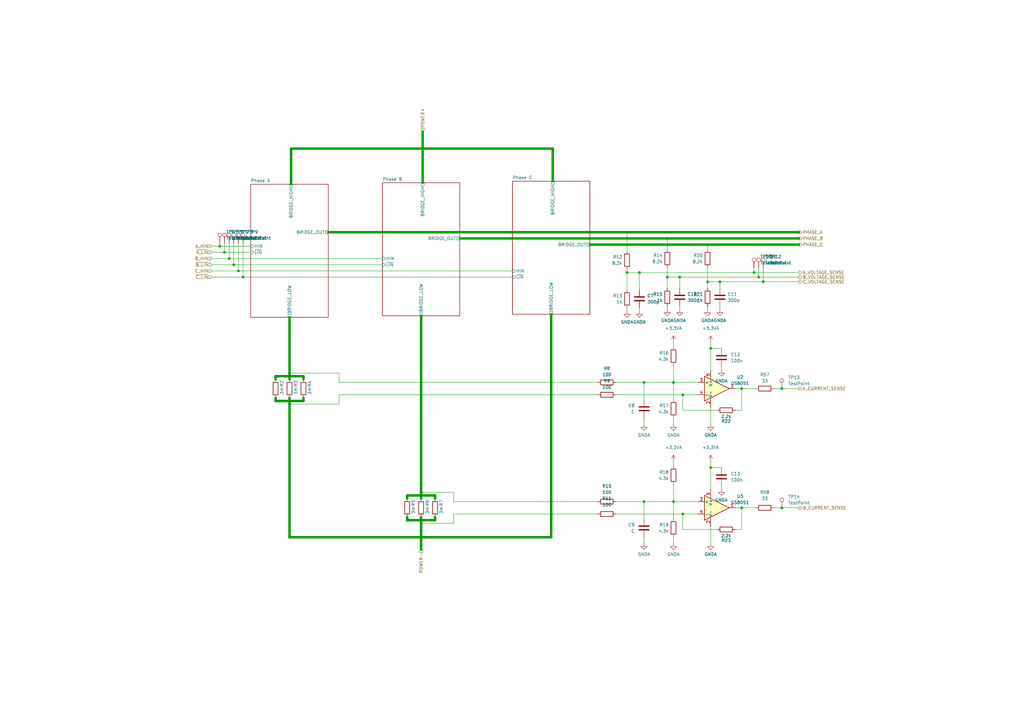
<source format=kicad_sch>
(kicad_sch (version 20211123) (generator eeschema)
  (paper "A3")
  (lib_symbols
    (symbol "Amplifier_Operational:AD8603" (pin_names (offset 0.127))
      (property "Reference" "U" (at 0 5.08 0))
      (property "Value" "AD8603" (at 0 -5.08 0))
      (symbol "AD8603_0_1"
        (polyline (pts (xy -5.08 5.08) (xy 5.08 0) (xy -5.08 -5.08) (xy -5.08 5.08)) (stroke (width 0.254)) (fill (type background)))
        (pin power_in line (at -2.54 -7.62 90) (length 3.81) (name "V-") (number "2"))
        (pin power_in line (at -2.54 7.62 270) (length 3.81) (name "V+") (number "5"))
      )
      (symbol "AD8603_1_1"
        (pin output line (at 7.62 0 180) (length 2.54) (name "~") (number "1"))
        (pin input line (at -7.62 2.54 0) (length 2.54) (name "+") (number "3"))
        (pin input line (at -7.62 -2.54 0) (length 2.54) (name "-") (number "4"))
      )
    )
    (symbol "Connector:TestPoint" (pin_numbers hide) (pin_names (offset 0.762) hide)
      (property "Reference" "TP" (at 0 6.858 0))
      (property "Value" "TestPoint" (at 0 5.08 0))
      (symbol "TestPoint_0_1"
        (circle (center 0 3.302) (radius 0.762))
      )
      (symbol "TestPoint_1_1"
        (pin passive line (at 0 0 90) (length 2.54) (name "1") (number "1"))
      )
    )
    (symbol "Device:C" (pin_numbers hide) (pin_names (offset 0.254))
      (property "Reference" "C" (at 0.635 2.54 0))
      (property "Value" "C" (at 0.635 -2.54 0))
      (symbol "C_0_1"
        (polyline (pts (xy -2.032 -0.762) (xy 2.032 -0.762)) (stroke (width 0.508)))
        (polyline (pts (xy -2.032 0.762) (xy 2.032 0.762)) (stroke (width 0.508)))
      )
      (symbol "C_1_1"
        (pin passive line (at 0 3.81 270) (length 2.794) (name "~") (number "1"))
        (pin passive line (at 0 -3.81 90) (length 2.794) (name "~") (number "2"))
      )
    )
    (symbol "Device:R" (pin_numbers hide) (pin_names (offset 0))
      (property "Reference" "R" (at 2.032 0 90))
      (property "Value" "R" (at 0 0 90))
      (symbol "R_0_1"
        (rectangle (start -1.016 -2.54) (end 1.016 2.54) (stroke (width 0.254)))
      )
      (symbol "R_1_1"
        (pin passive line (at 0 3.81 270) (length 1.27) (name "~") (number "1"))
        (pin passive line (at 0 -3.81 90) (length 1.27) (name "~") (number "2"))
      )
    )
    (symbol "power:+3.3VA" (power) (pin_names (offset 0))
      (property "Value" "+3.3VA" (at 0 3.556 0))
      (symbol "+3.3VA_0_1"
        (polyline (pts (xy -0.762 1.27) (xy 0 2.54)))
        (polyline (pts (xy 0 0) (xy 0 2.54)))
        (polyline (pts (xy 0 2.54) (xy 0.762 1.27)))
      )
      (symbol "+3.3VA_1_1"
        (pin power_in line (at 0 0 90) (length 0) hide (name "+3.3VA") (number "1"))
      )
    )
    (symbol "power:GNDA" (power) (pin_names (offset 0))
      (property "Value" "GNDA" (at 0 -3.81 0))
      (symbol "GNDA_0_1"
        (polyline (pts (xy 0 0) (xy 0 -1.27) (xy 1.27 -1.27) (xy 0 -2.54) (xy -1.27 -1.27) (xy 0 -1.27)))
      )
      (symbol "GNDA_1_1"
        (pin power_in line (at 0 0 270) (length 0) hide (name "GNDA") (number "1"))
      )
    )
  )
  (junction (at 90.17 100.965))
  (junction (at 264.16 205.74))
  (junction (at 278.765 113.665))
  (junction (at 92.075 103.505))
  (junction (at 309.245 111.76))
  (junction (at 295.275 115.57))
  (junction (at 276.225 156.845))
  (junction (at 280.035 210.82))
  (junction (at 99.695 113.665))
  (junction (at 118.745 154.305))
  (junction (at 311.15 113.665))
  (junction (at 118.745 153.035))
  (junction (at 264.16 156.845))
  (junction (at 291.465 191.77))
  (junction (at 304.165 208.28))
  (junction (at 257.175 111.76))
  (junction (at 95.885 108.585))
  (junction (at 118.745 165.735))
  (junction (at 304.165 159.385))
  (junction (at 173.355 60.96))
  (junction (at 172.72 203.2) (diameter 1))
  (junction (at 290.195 115.57))
  (junction (at 273.685 97.79))
  (junction (at 290.195 100.33))
  (junction (at 97.79 111.125))
  (junction (at 276.225 205.74))
  (junction (at 172.72 213.36))
  (junction (at 172.72 201.93))
  (junction (at 320.675 159.385))
  (junction (at 262.255 111.76))
  (junction (at 93.98 106.045))
  (junction (at 291.465 142.875))
  (junction (at 172.72 214.63))
  (junction (at 118.745 164.465))
  (junction (at 320.675 208.28))
  (junction (at 172.72 220.345))
  (junction (at 280.035 161.925))
  (junction (at 273.685 113.665))
  (junction (at 313.055 115.57))
  (junction (at 257.175 95.25))
  (wire (pts (xy 313.055 109.855) (xy 313.055 115.57)))
  (wire (pts (xy 118.745 154.305) (xy 118.745 155.575)) (stroke (width 1)))
  (wire (pts (xy 304.165 159.385) (xy 301.625 159.385)))
  (wire (pts (xy 124.46 163.195) (xy 124.46 164.465)) (stroke (width 1)))
  (wire (pts (xy 295.91 150.495) (xy 295.91 151.765)))
  (wire (pts (xy 118.745 154.305) (xy 124.46 154.305)) (stroke (width 1)))
  (wire (pts (xy 273.685 113.665) (xy 273.685 118.11)))
  (wire (pts (xy 252.73 205.74) (xy 264.16 205.74)))
  (wire (pts (xy 276.225 220.345) (xy 276.225 222.885)))
  (wire (pts (xy 291.465 189.23) (xy 291.465 191.77)))
  (wire (pts (xy 276.225 189.23) (xy 276.225 191.135)))
  (wire (pts (xy 276.225 205.74) (xy 276.225 212.725)))
  (wire (pts (xy 320.675 208.28) (xy 327.66 208.28)))
  (wire (pts (xy 264.16 156.845) (xy 276.225 156.845)))
  (wire (pts (xy 291.465 167.005) (xy 291.465 173.99)))
  (wire (pts (xy 118.745 153.035) (xy 118.745 154.305)) (stroke (width 1)))
  (wire (pts (xy 278.765 113.665) (xy 278.765 118.11)))
  (wire (pts (xy 86.995 108.585) (xy 95.885 108.585)))
  (wire (pts (xy 95.885 99.695) (xy 95.885 108.585)))
  (wire (pts (xy 186.055 214.63) (xy 186.055 210.82)))
  (wire (pts (xy 280.035 210.82) (xy 286.385 210.82)))
  (wire (pts (xy 172.72 214.63) (xy 172.72 220.345)) (stroke (width 1)))
  (wire (pts (xy 290.195 100.33) (xy 290.195 102.235)))
  (wire (pts (xy 92.075 99.695) (xy 92.075 103.505)))
  (wire (pts (xy 276.225 171.45) (xy 276.225 173.99)))
  (wire (pts (xy 291.465 215.9) (xy 291.465 222.885)))
  (wire (pts (xy 172.72 201.93) (xy 186.055 201.93)))
  (wire (pts (xy 295.91 142.875) (xy 291.465 142.875)))
  (wire (pts (xy 172.72 129.54) (xy 172.72 201.93)) (stroke (width 1)))
  (wire (pts (xy 311.15 109.855) (xy 311.15 113.665)))
  (wire (pts (xy 172.72 213.36) (xy 172.72 212.09)) (stroke (width 1)))
  (wire (pts (xy 304.165 159.385) (xy 309.88 159.385)))
  (wire (pts (xy 167.005 204.47) (xy 167.005 203.2)) (stroke (width 1)))
  (wire (pts (xy 118.745 130.175) (xy 118.745 153.035)) (stroke (width 1)))
  (wire (pts (xy 118.745 164.465) (xy 118.745 163.195)) (stroke (width 1)))
  (wire (pts (xy 92.075 103.505) (xy 102.87 103.505)))
  (wire (pts (xy 118.745 220.345) (xy 172.72 220.345)) (stroke (width 1)))
  (wire (pts (xy 172.72 213.36) (xy 172.72 214.63)) (stroke (width 1)))
  (wire (pts (xy 241.935 100.33) (xy 290.195 100.33)) (stroke (width 1)))
  (wire (pts (xy 186.055 210.82) (xy 245.11 210.82)))
  (wire (pts (xy 295.275 115.57) (xy 295.275 118.11)))
  (wire (pts (xy 276.225 156.845) (xy 276.225 163.83)))
  (wire (pts (xy 226.06 128.905) (xy 226.06 220.345)) (stroke (width 1)))
  (wire (pts (xy 124.46 164.465) (xy 118.745 164.465)) (stroke (width 1)))
  (wire (pts (xy 172.72 201.93) (xy 172.72 203.2)) (stroke (width 1)))
  (wire (pts (xy 301.625 217.17) (xy 304.165 217.17)))
  (wire (pts (xy 252.73 210.82) (xy 280.035 210.82)))
  (wire (pts (xy 317.5 159.385) (xy 320.675 159.385)))
  (wire (pts (xy 309.245 109.855) (xy 309.245 111.76)))
  (wire (pts (xy 172.72 203.2) (xy 178.435 203.2)) (stroke (width 1)))
  (wire (pts (xy 245.11 156.845) (xy 139.065 156.845)))
  (wire (pts (xy 178.435 204.47) (xy 178.435 203.2)) (stroke (width 1)))
  (wire (pts (xy 167.005 203.2) (xy 172.72 203.2)) (stroke (width 1)))
  (wire (pts (xy 304.165 208.28) (xy 309.88 208.28)))
  (wire (pts (xy 86.995 106.045) (xy 93.98 106.045)))
  (wire (pts (xy 139.065 161.925) (xy 245.11 161.925)))
  (wire (pts (xy 178.435 213.36) (xy 172.72 213.36)) (stroke (width 1)))
  (wire (pts (xy 257.175 126.365) (xy 257.175 127.635)))
  (wire (pts (xy 113.03 164.465) (xy 118.745 164.465)) (stroke (width 1)))
  (wire (pts (xy 295.275 115.57) (xy 313.055 115.57)))
  (wire (pts (xy 252.73 161.925) (xy 280.035 161.925)))
  (wire (pts (xy 264.16 156.845) (xy 264.16 163.83)))
  (wire (pts (xy 262.255 111.76) (xy 262.255 118.745)))
  (wire (pts (xy 291.465 140.335) (xy 291.465 142.875)))
  (wire (pts (xy 86.995 111.125) (xy 97.79 111.125)))
  (wire (pts (xy 276.225 205.74) (xy 286.385 205.74)))
  (wire (pts (xy 290.195 115.57) (xy 295.275 115.57)))
  (wire (pts (xy 118.745 164.465) (xy 118.745 165.735)) (stroke (width 1)))
  (wire (pts (xy 172.72 214.63) (xy 186.055 214.63)))
  (wire (pts (xy 173.355 53.975) (xy 173.355 60.96)) (stroke (width 1)))
  (wire (pts (xy 276.225 156.845) (xy 286.385 156.845)))
  (wire (pts (xy 276.225 149.86) (xy 276.225 156.845)))
  (wire (pts (xy 264.16 205.74) (xy 276.225 205.74)))
  (wire (pts (xy 226.695 60.96) (xy 226.695 74.295)) (stroke (width 1)))
  (wire (pts (xy 93.98 99.695) (xy 93.98 106.045)))
  (wire (pts (xy 99.695 99.695) (xy 99.695 113.665)))
  (wire (pts (xy 86.995 100.965) (xy 90.17 100.965)))
  (wire (pts (xy 273.685 113.665) (xy 278.765 113.665)))
  (wire (pts (xy 262.255 111.76) (xy 309.245 111.76)))
  (wire (pts (xy 252.73 156.845) (xy 264.16 156.845)))
  (wire (pts (xy 294.005 217.17) (xy 280.035 217.17)))
  (wire (pts (xy 257.175 95.25) (xy 257.175 102.87)))
  (wire (pts (xy 257.175 111.76) (xy 262.255 111.76)))
  (wire (pts (xy 95.885 108.585) (xy 156.845 108.585)))
  (wire (pts (xy 257.175 95.25) (xy 327.66 95.25)) (stroke (width 1)))
  (wire (pts (xy 280.035 168.275) (xy 280.035 161.925)))
  (wire (pts (xy 295.275 125.73) (xy 295.275 127)))
  (wire (pts (xy 290.195 100.33) (xy 327.66 100.33)) (stroke (width 1)))
  (wire (pts (xy 291.465 142.875) (xy 291.465 151.765)))
  (wire (pts (xy 172.72 203.2) (xy 172.72 204.47)) (stroke (width 1)))
  (wire (pts (xy 172.72 220.345) (xy 172.72 225.425)) (stroke (width 1)))
  (wire (pts (xy 295.91 191.77) (xy 291.465 191.77)))
  (wire (pts (xy 264.16 220.345) (xy 264.16 222.885)))
  (wire (pts (xy 304.165 168.275) (xy 304.165 159.385)))
  (wire (pts (xy 113.03 155.575) (xy 113.03 154.305)) (stroke (width 1)))
  (wire (pts (xy 86.995 103.505) (xy 92.075 103.505)))
  (wire (pts (xy 118.745 165.735) (xy 118.745 220.345)) (stroke (width 1)))
  (wire (pts (xy 188.595 97.79) (xy 273.685 97.79)) (stroke (width 1)))
  (wire (pts (xy 257.175 110.49) (xy 257.175 111.76)))
  (wire (pts (xy 90.17 99.695) (xy 90.17 100.965)))
  (wire (pts (xy 309.245 111.76) (xy 327.66 111.76)))
  (wire (pts (xy 97.79 99.695) (xy 97.79 111.125)))
  (wire (pts (xy 173.355 60.96) (xy 173.355 74.93)) (stroke (width 1)))
  (wire (pts (xy 186.055 201.93) (xy 186.055 205.74)))
  (wire (pts (xy 167.005 212.09) (xy 167.005 213.36)) (stroke (width 1)))
  (wire (pts (xy 257.175 111.76) (xy 257.175 118.745)))
  (wire (pts (xy 93.98 106.045) (xy 156.845 106.045)))
  (wire (pts (xy 278.765 125.73) (xy 278.765 127)))
  (wire (pts (xy 245.11 205.74) (xy 186.055 205.74)))
  (wire (pts (xy 90.17 100.965) (xy 102.87 100.965)))
  (wire (pts (xy 262.255 126.365) (xy 262.255 127.635)))
  (wire (pts (xy 173.355 60.96) (xy 226.695 60.96)) (stroke (width 1)))
  (wire (pts (xy 119.38 60.96) (xy 173.355 60.96)) (stroke (width 1)))
  (wire (pts (xy 97.79 111.125) (xy 210.185 111.125)))
  (wire (pts (xy 278.765 113.665) (xy 311.15 113.665)))
  (wire (pts (xy 304.165 217.17) (xy 304.165 208.28)))
  (wire (pts (xy 86.995 113.665) (xy 99.695 113.665)))
  (wire (pts (xy 119.38 60.96) (xy 119.38 75.565)) (stroke (width 1)))
  (wire (pts (xy 311.15 113.665) (xy 327.66 113.665)))
  (wire (pts (xy 139.065 165.735) (xy 139.065 161.925)))
  (wire (pts (xy 273.685 97.79) (xy 327.66 97.79)) (stroke (width 1)))
  (wire (pts (xy 290.195 115.57) (xy 290.195 118.11)))
  (wire (pts (xy 313.055 115.57) (xy 327.66 115.57)))
  (wire (pts (xy 139.065 156.845) (xy 139.065 153.035)))
  (wire (pts (xy 118.745 165.735) (xy 139.065 165.735)))
  (wire (pts (xy 294.005 168.275) (xy 280.035 168.275)))
  (wire (pts (xy 273.685 109.855) (xy 273.685 113.665)))
  (wire (pts (xy 172.72 220.345) (xy 226.06 220.345)) (stroke (width 1)))
  (wire (pts (xy 276.225 140.335) (xy 276.225 142.24)))
  (wire (pts (xy 291.465 191.77) (xy 291.465 200.66)))
  (wire (pts (xy 280.035 161.925) (xy 286.385 161.925)))
  (wire (pts (xy 167.005 213.36) (xy 172.72 213.36)) (stroke (width 1)))
  (wire (pts (xy 124.46 155.575) (xy 124.46 154.305)) (stroke (width 1)))
  (wire (pts (xy 290.195 125.73) (xy 290.195 127)))
  (wire (pts (xy 134.62 95.25) (xy 257.175 95.25)) (stroke (width 1)))
  (wire (pts (xy 317.5 208.28) (xy 320.675 208.28)))
  (wire (pts (xy 113.03 154.305) (xy 118.745 154.305)) (stroke (width 1)))
  (wire (pts (xy 276.225 198.755) (xy 276.225 205.74)))
  (wire (pts (xy 264.16 205.74) (xy 264.16 212.725)))
  (wire (pts (xy 178.435 212.09) (xy 178.435 213.36)) (stroke (width 1)))
  (wire (pts (xy 280.035 217.17) (xy 280.035 210.82)))
  (wire (pts (xy 301.625 168.275) (xy 304.165 168.275)))
  (wire (pts (xy 295.91 199.39) (xy 295.91 200.66)))
  (wire (pts (xy 290.195 109.855) (xy 290.195 115.57)))
  (wire (pts (xy 139.065 153.035) (xy 118.745 153.035)))
  (wire (pts (xy 273.685 125.73) (xy 273.685 127)))
  (wire (pts (xy 273.685 97.79) (xy 273.685 102.235)))
  (wire (pts (xy 99.695 113.665) (xy 210.185 113.665)))
  (wire (pts (xy 304.165 208.28) (xy 301.625 208.28)))
  (wire (pts (xy 264.16 171.45) (xy 264.16 173.99)))
  (wire (pts (xy 113.03 163.195) (xy 113.03 164.465)) (stroke (width 1)))
  (wire (pts (xy 320.675 159.385) (xy 327.66 159.385)))
  (hierarchical_label "B_VOLTAGE_SENSE" (shape output) (at 327.66 113.665 0))
  (hierarchical_label "C_VOLTAGE_SENSE" (shape output) (at 327.66 115.57 0))
  (hierarchical_label "PHASE_C" (shape output) (at 327.66 100.33 0))
  (hierarchical_label "B_CURRENT_SENSE" (shape output) (at 327.66 208.28 0))
  (hierarchical_label "C_HIN" (shape input) (at 86.995 111.125 180))
  (hierarchical_label "POWER-" (shape input) (at 172.72 225.425 270))
  (hierarchical_label "~{C_LIN}" (shape input) (at 86.995 113.665 180))
  (hierarchical_label "B_HIN" (shape input) (at 86.995 106.045 180))
  (hierarchical_label "A_VOLTAGE_SENSE" (shape output) (at 327.66 111.76 0))
  (hierarchical_label "PHASE_B" (shape output) (at 327.66 97.79 0))
  (hierarchical_label "~{B_LIN}" (shape input) (at 86.995 108.585 180))
  (hierarchical_label "POWER+" (shape input) (at 173.355 53.975 90))
  (hierarchical_label "~{A_LIN}" (shape input) (at 86.995 103.505 180))
  (hierarchical_label "A_HIN" (shape input) (at 86.995 100.965 180))
  (hierarchical_label "PHASE_A" (shape output) (at 327.66 95.25 0))
  (hierarchical_label "A_CURRENT_SENSE" (shape output) (at 327.66 159.385 0))
  (symbol (lib_id "Device:R") (at 273.685 121.92 0) (mirror x) (unit 1)
    (property "Reference" "R15" (at 271.78 120.6499 0) (effects (justify right)))
    (property "Value" "1k" (at 271.78 123.1899 0) (effects (justify right)))
    (property "Footprint" "Resistor_SMD:R_0603_1608Metric" (effects hide))
  )
  (symbol (lib_id "Connector:TestPoint") (at 320.675 208.28 0) (unit 1)
    (property "Reference" "TP14" (at 323.215 203.7079 0) (effects (justify left)))
    (property "Value" "TestPoint" (at 323.215 206.2479 0) (effects (justify left)))
  )
  (symbol (lib_id "power:GNDA") (at 276.225 222.885 0) (unit 1)
    (property "Reference" "#PWR0124" (effects hide))
    (property "Value" "GNDA" (at 276.225 227.33 0))
  )
  (symbol (lib_id "Device:R") (at 124.46 159.385 0) (unit 1)
    (property "Reference" "R4" (at 127 158.75 90) (effects (justify left)))
    (property "Value" "3m" (at 127 161.925 90) (effects (justify left)))
    (property "Footprint" "Resistor_SMD:R_2512_6332Metric" (effects hide))
  )
  (symbol (lib_id "Device:R") (at 276.225 146.05 0) (mirror x) (unit 1)
    (property "Reference" "R16" (at 274.32 144.7799 0) (effects (justify right)))
    (property "Value" "4.3k" (at 274.32 147.3199 0) (effects (justify right)))
    (property "Footprint" "Resistor_SMD:R_0603_1608Metric" (effects hide))
  )
  (symbol (lib_id "Connector:TestPoint") (at 97.79 99.695 0) (unit 1)
    (property "Reference" "TP8" (at 100.33 95.1229 0) (effects (justify left)))
    (property "Value" "TestPoint" (at 100.33 97.6629 0) (effects (justify left)))
  )
  (symbol (lib_id "Connector:TestPoint") (at 90.17 99.695 0) (unit 1)
    (property "Reference" "TP4" (at 92.71 95.1229 0) (effects (justify left)))
    (property "Value" "TestPoint" (at 92.71 97.6629 0) (effects (justify left)))
  )
  (symbol (lib_id "Device:R") (at 172.72 208.28 0) (unit 1)
    (property "Reference" "R6" (at 175.26 207.645 90) (effects (justify left)))
    (property "Value" "3m" (at 175.26 210.82 90) (effects (justify left)))
    (property "Footprint" "Resistor_SMD:R_2512_6332Metric" (effects hide))
  )
  (symbol (lib_id "Connector:TestPoint") (at 320.675 159.385 0) (unit 1)
    (property "Reference" "TP13" (at 323.215 154.8129 0) (effects (justify left)))
    (property "Value" "TestPoint" (at 323.215 157.3529 0) (effects (justify left)))
  )
  (symbol (lib_id "Connector:TestPoint") (at 313.055 109.855 0) (unit 1)
    (property "Reference" "TP12" (at 315.595 105.2829 0) (effects (justify left)))
    (property "Value" "TestPoint" (at 315.595 107.8229 0) (effects (justify left)))
  )
  (symbol (lib_id "Device:R") (at 297.815 217.17 270) (mirror x) (unit 1)
    (property "Reference" "R23" (at 297.815 221.615 90))
    (property "Value" "2.2k" (at 297.815 219.71 90))
    (property "Footprint" "Resistor_SMD:R_0603_1608Metric" (effects hide))
  )
  (symbol (lib_id "Device:R") (at 167.005 208.28 0) (unit 1)
    (property "Reference" "R5" (at 169.545 207.645 90) (effects (justify left)))
    (property "Value" "3m" (at 169.545 210.82 90) (effects (justify left)))
    (property "Footprint" "Resistor_SMD:R_2512_6332Metric" (effects hide))
  )
  (symbol (lib_id "Amplifier_Operational:AD8603") (at 294.005 159.385 0) (unit 1)
    (property "Reference" "U2" (at 303.53 154.686 0))
    (property "Value" "GS8051" (at 303.53 157.226 0))
    (property "Footprint" "Package_TO_SOT_SMD:TSOT-23-5" (effects hide))
  )
  (symbol (lib_id "Device:C") (at 295.91 195.58 0) (mirror y) (unit 1)
    (property "Reference" "C13" (at 299.72 194.3099 0) (effects (justify right)))
    (property "Value" "100n" (at 299.72 196.8499 0) (effects (justify right)))
    (property "Footprint" "Capacitor_SMD:C_0603_1608Metric" (effects hide))
  )
  (symbol (lib_id "Device:R") (at 276.225 167.64 0) (mirror x) (unit 1)
    (property "Reference" "R17" (at 274.32 166.3699 0) (effects (justify right)))
    (property "Value" "4.3k" (at 274.32 168.9099 0) (effects (justify right)))
    (property "Footprint" "Resistor_SMD:R_0603_1608Metric" (effects hide))
  )
  (symbol (lib_id "power:+3.3VA") (at 276.225 140.335 0) (unit 1)
    (property "Reference" "#PWR0120" (effects hide))
    (property "Value" "+3.3VA" (at 276.225 134.62 0))
  )
  (symbol (lib_id "Connector:TestPoint") (at 309.245 109.855 0) (unit 1)
    (property "Reference" "TP10" (at 311.785 105.2829 0) (effects (justify left)))
    (property "Value" "TestPoint" (at 311.785 107.8229 0) (effects (justify left)))
  )
  (symbol (lib_id "Device:R") (at 273.685 106.045 0) (mirror x) (unit 1)
    (property "Reference" "R14" (at 271.78 104.7749 0) (effects (justify right)))
    (property "Value" "8.2k" (at 271.78 107.3149 0) (effects (justify right)))
    (property "Footprint" "Resistor_SMD:R_0603_1608Metric" (effects hide))
  )
  (symbol (lib_id "power:GNDA") (at 257.175 127.635 0) (unit 1)
    (property "Reference" "#PWR0130" (effects hide))
    (property "Value" "GNDA" (at 257.175 132.08 0))
  )
  (symbol (lib_id "Device:R") (at 297.815 168.275 270) (mirror x) (unit 1)
    (property "Reference" "R22" (at 297.815 172.72 90))
    (property "Value" "2.2k" (at 297.815 170.815 90))
    (property "Footprint" "Resistor_SMD:R_0603_1608Metric" (effects hide))
  )
  (symbol (lib_id "Device:R") (at 276.225 216.535 0) (mirror x) (unit 1)
    (property "Reference" "R19" (at 274.32 215.2649 0) (effects (justify right)))
    (property "Value" "4.3k" (at 274.32 217.8049 0) (effects (justify right)))
    (property "Footprint" "Resistor_SMD:R_0603_1608Metric" (effects hide))
  )
  (symbol (lib_id "power:+3.3VA") (at 276.225 189.23 0) (unit 1)
    (property "Reference" "#PWR0131" (effects hide))
    (property "Value" "+3.3VA" (at 276.225 183.515 0))
  )
  (symbol (lib_id "Device:R") (at 118.745 159.385 0) (unit 1)
    (property "Reference" "R3" (at 121.285 158.75 90) (effects (justify left)))
    (property "Value" "3m" (at 121.285 161.925 90) (effects (justify left)))
    (property "Footprint" "Resistor_SMD:R_2512_6332Metric" (effects hide))
  )
  (symbol (lib_id "Device:C") (at 278.765 121.92 0) (mirror y) (unit 1)
    (property "Reference" "C10" (at 281.94 120.6499 0) (effects (justify right)))
    (property "Value" "300p" (at 281.94 123.1899 0) (effects (justify right)))
    (property "Footprint" "Capacitor_SMD:C_0603_1608Metric" (effects hide))
  )
  (symbol (lib_id "Connector:TestPoint") (at 95.885 99.695 0) (unit 1)
    (property "Reference" "TP7" (at 98.425 95.1229 0) (effects (justify left)))
    (property "Value" "TestPoint" (at 98.425 97.6629 0) (effects (justify left)))
  )
  (symbol (lib_id "power:GNDA") (at 278.765 127 0) (unit 1)
    (property "Reference" "#PWR0129" (effects hide))
    (property "Value" "GNDA" (at 278.765 131.445 0))
  )
  (symbol (lib_id "power:+3.3VA") (at 291.465 189.23 0) (unit 1)
    (property "Reference" "#PWR0118" (effects hide))
    (property "Value" "+3.3VA" (at 291.465 183.515 0))
  )
  (symbol (lib_id "Device:R") (at 257.175 122.555 0) (mirror x) (unit 1)
    (property "Reference" "R13" (at 255.27 121.2849 0) (effects (justify right)))
    (property "Value" "1k" (at 255.27 123.8249 0) (effects (justify right)))
    (property "Footprint" "Resistor_SMD:R_0603_1608Metric" (effects hide))
  )
  (symbol (lib_id "Device:C") (at 295.275 121.92 0) (mirror y) (unit 1)
    (property "Reference" "C11" (at 298.45 120.6499 0) (effects (justify right)))
    (property "Value" "300p" (at 298.45 123.1899 0) (effects (justify right)))
    (property "Footprint" "Capacitor_SMD:C_0603_1608Metric" (effects hide))
  )
  (symbol (lib_id "power:GNDA") (at 291.465 173.99 0) (unit 1)
    (property "Reference" "#PWR0125" (effects hide))
    (property "Value" "GNDA" (at 291.465 178.435 0))
  )
  (symbol (lib_id "Device:R") (at 113.03 159.385 0) (unit 1)
    (property "Reference" "R2" (at 115.57 158.75 90) (effects (justify left)))
    (property "Value" "3m" (at 115.57 161.925 90) (effects (justify left)))
    (property "Footprint" "Resistor_SMD:R_2512_6332Metric" (effects hide))
  )
  (symbol (lib_id "Device:C") (at 295.91 146.685 0) (mirror y) (unit 1)
    (property "Reference" "C12" (at 299.72 145.4149 0) (effects (justify right)))
    (property "Value" "100n" (at 299.72 147.9549 0) (effects (justify right)))
    (property "Footprint" "Capacitor_SMD:C_0603_1608Metric" (effects hide))
  )
  (symbol (lib_id "Device:C") (at 262.255 122.555 0) (mirror y) (unit 1)
    (property "Reference" "C7" (at 265.43 121.2849 0) (effects (justify right)))
    (property "Value" "300p" (at 265.43 123.8249 0) (effects (justify right)))
    (property "Footprint" "Capacitor_SMD:C_0603_1608Metric" (effects hide))
  )
  (symbol (lib_id "Connector:TestPoint") (at 311.15 109.855 0) (unit 1)
    (property "Reference" "TP11" (at 313.69 105.2829 0) (effects (justify left)))
    (property "Value" "TestPoint" (at 313.69 107.8229 0) (effects (justify left)))
  )
  (symbol (lib_id "Device:C") (at 264.16 216.535 0) (mirror y) (unit 1)
    (property "Reference" "C9" (at 260.35 215.2649 0) (effects (justify left)))
    (property "Value" "C" (at 260.35 217.8049 0) (effects (justify left)))
    (property "Footprint" "Capacitor_SMD:C_0603_1608Metric" (effects hide))
  )
  (symbol (lib_id "power:GNDA") (at 295.275 127 0) (unit 1)
    (property "Reference" "#PWR0133" (effects hide))
    (property "Value" "GNDA" (at 295.275 131.445 0))
  )
  (symbol (lib_id "Device:R") (at 313.69 208.28 270) (mirror x) (unit 1)
    (property "Reference" "R58" (at 313.69 201.93 90))
    (property "Value" "33" (at 313.69 204.47 90))
    (property "Footprint" "Resistor_SMD:R_0603_1608Metric" (effects hide))
  )
  (symbol (lib_id "Device:C") (at 264.16 167.64 0) (mirror y) (unit 1)
    (property "Reference" "C8" (at 260.35 166.3699 0) (effects (justify left)))
    (property "Value" "C" (at 260.35 168.9099 0) (effects (justify left)))
    (property "Footprint" "Capacitor_SMD:C_0603_1608Metric" (effects hide))
  )
  (symbol (lib_id "Device:R") (at 178.435 208.28 0) (unit 1)
    (property "Reference" "R7" (at 180.975 207.645 90) (effects (justify left)))
    (property "Value" "3m" (at 180.975 210.82 90) (effects (justify left)))
    (property "Footprint" "Resistor_SMD:R_2512_6332Metric" (effects hide))
  )
  (symbol (lib_id "power:GNDA") (at 264.16 173.99 0) (unit 1)
    (property "Reference" "#PWR0122" (effects hide))
    (property "Value" "GNDA" (at 264.16 178.435 0))
  )
  (symbol (lib_id "Device:R") (at 276.225 194.945 0) (mirror x) (unit 1)
    (property "Reference" "R18" (at 274.32 193.6749 0) (effects (justify right)))
    (property "Value" "4.3k" (at 274.32 196.2149 0) (effects (justify right)))
    (property "Footprint" "Resistor_SMD:R_0603_1608Metric" (effects hide))
  )
  (symbol (lib_id "power:GNDA") (at 273.685 127 0) (unit 1)
    (property "Reference" "#PWR0128" (effects hide))
    (property "Value" "GNDA" (at 273.685 131.445 0))
  )
  (symbol (lib_id "Device:R") (at 257.175 106.68 0) (mirror x) (unit 1)
    (property "Reference" "R12" (at 255.27 105.4099 0) (effects (justify right)))
    (property "Value" "8.2k" (at 255.27 107.9499 0) (effects (justify right)))
    (property "Footprint" "Resistor_SMD:R_0603_1608Metric" (effects hide))
  )
  (symbol (lib_id "power:GNDA") (at 262.255 127.635 0) (unit 1)
    (property "Reference" "#PWR0132" (effects hide))
    (property "Value" "GNDA" (at 262.255 132.08 0))
  )
  (symbol (lib_id "Device:R") (at 248.92 156.845 270) (mirror x) (unit 1)
    (property "Reference" "R8" (at 248.92 151.13 90))
    (property "Value" "100" (at 248.92 153.67 90))
    (property "Footprint" "Resistor_SMD:R_0603_1608Metric" (effects hide))
  )
  (symbol (lib_id "power:GNDA") (at 290.195 127 0) (unit 1)
    (property "Reference" "#PWR0127" (effects hide))
    (property "Value" "GNDA" (at 290.195 131.445 0))
  )
  (symbol (lib_id "power:GNDA") (at 291.465 222.885 0) (unit 1)
    (property "Reference" "#PWR0121" (effects hide))
    (property "Value" "GNDA" (at 291.465 227.33 0))
  )
  (symbol (lib_id "power:GNDA") (at 276.225 173.99 0) (unit 1)
    (property "Reference" "#PWR0126" (effects hide))
    (property "Value" "GNDA" (at 276.225 178.435 0))
  )
  (symbol (lib_id "Device:R") (at 248.92 161.925 270) (mirror x) (unit 1)
    (property "Reference" "R9" (at 248.92 156.21 90))
    (property "Value" "100" (at 248.92 158.75 90))
    (property "Footprint" "Resistor_SMD:R_0603_1608Metric" (effects hide))
  )
  (symbol (lib_id "Connector:TestPoint") (at 92.075 99.695 0) (unit 1)
    (property "Reference" "TP5" (at 94.615 95.1229 0) (effects (justify left)))
    (property "Value" "TestPoint" (at 94.615 97.6629 0) (effects (justify left)))
  )
  (symbol (lib_id "Device:R") (at 313.69 159.385 270) (mirror x) (unit 1)
    (property "Reference" "R57" (at 313.69 153.67 90))
    (property "Value" "33" (at 313.69 156.21 90))
    (property "Footprint" "Resistor_SMD:R_0603_1608Metric" (effects hide))
  )
  (symbol (lib_id "Device:R") (at 248.92 205.74 270) (mirror x) (unit 1)
    (property "Reference" "R10" (at 248.92 199.39 90))
    (property "Value" "100" (at 248.92 201.93 90))
    (property "Footprint" "Resistor_SMD:R_0603_1608Metric" (effects hide))
  )
  (symbol (lib_id "power:GNDA") (at 295.91 200.66 0) (unit 1)
    (property "Reference" "#PWR0117" (effects hide))
    (property "Value" "GNDA" (at 295.91 205.105 0))
  )
  (symbol (lib_id "Device:R") (at 248.92 210.82 270) (mirror x) (unit 1)
    (property "Reference" "R11" (at 248.92 204.47 90))
    (property "Value" "100" (at 248.92 207.01 90))
    (property "Footprint" "Resistor_SMD:R_0603_1608Metric" (effects hide))
  )
  (symbol (lib_id "Device:R") (at 290.195 121.92 0) (mirror x) (unit 1)
    (property "Reference" "R21" (at 288.29 120.6499 0) (effects (justify right)))
    (property "Value" "1k" (at 288.29 123.1899 0) (effects (justify right)))
    (property "Footprint" "Resistor_SMD:R_0603_1608Metric" (effects hide))
  )
  (symbol (lib_id "Connector:TestPoint") (at 93.98 99.695 0) (unit 1)
    (property "Reference" "TP6" (at 96.52 95.1229 0) (effects (justify left)))
    (property "Value" "TestPoint" (at 96.52 97.6629 0) (effects (justify left)))
  )
  (symbol (lib_id "Amplifier_Operational:AD8603") (at 294.005 208.28 0) (unit 1)
    (property "Reference" "U3" (at 303.53 203.581 0))
    (property "Value" "GS8051" (at 303.53 206.121 0))
    (property "Footprint" "Package_TO_SOT_SMD:TSOT-23-5" (effects hide))
  )
  (symbol (lib_id "power:GNDA") (at 264.16 222.885 0) (unit 1)
    (property "Reference" "#PWR0123" (effects hide))
    (property "Value" "GNDA" (at 264.16 227.33 0))
  )
  (symbol (lib_id "Connector:TestPoint") (at 99.695 99.695 0) (unit 1)
    (property "Reference" "TP9" (at 102.235 95.1229 0) (effects (justify left)))
    (property "Value" "TestPoint" (at 102.235 97.6629 0) (effects (justify left)))
  )
  (symbol (lib_id "power:GNDA") (at 295.91 151.765 0) (unit 1)
    (property "Reference" "#PWR0116" (effects hide))
    (property "Value" "GNDA" (at 295.91 156.21 0))
  )
  (symbol (lib_id "power:+3.3VA") (at 291.465 140.335 0) (unit 1)
    (property "Reference" "#PWR0119" (effects hide))
    (property "Value" "+3.3VA" (at 291.465 134.62 0))
  )
  (symbol (lib_id "Device:R") (at 290.195 106.045 0) (mirror x) (unit 1)
    (property "Reference" "R20" (at 288.29 104.7749 0) (effects (justify right)))
    (property "Value" "8.2k" (at 288.29 107.3149 0) (effects (justify right)))
    (property "Footprint" "Resistor_SMD:R_0603_1608Metric" (effects hide))
  )
  (sheet (at 156.845 74.93) (size 31.75 54.61) (stroke (width 0.1524))
    (property "Sheet name" "Phase B" (at 156.845 74.2184 0) (effects (justify left bottom)))
    (property "Sheet file" "halfbridge.kicad_sch" (effects hide))
    (pin "BRIDGE_OUT" passive (at 188.595 97.79 0))
    (pin "BRIDGE_HIGH" passive (at 173.355 74.93 90))
    (pin "BRIDGE_LOW" passive (at 172.72 129.54 270))
    (pin "~{LIN}" input (at 156.845 108.585 180))
    (pin "HIN" input (at 156.845 106.045 180))
  )
  (sheet (at 102.87 75.565) (size 31.75 54.61) (stroke (width 0.1524))
    (property "Sheet name" "Phase A" (at 102.87 74.8534 0) (effects (justify left bottom)))
    (property "Sheet file" "halfbridge.kicad_sch" (effects hide))
    (pin "BRIDGE_OUT" passive (at 134.62 95.25 0))
    (pin "BRIDGE_HIGH" passive (at 119.38 75.565 90))
    (pin "BRIDGE_LOW" passive (at 118.745 130.175 270))
    (pin "~{LIN}" input (at 102.87 103.505 180))
    (pin "HIN" input (at 102.87 100.965 180))
  )
  (sheet (at 210.185 74.295) (size 31.75 54.61) (stroke (width 0.1524))
    (property "Sheet name" "Phase C" (at 210.185 73.5834 0) (effects (justify left bottom)))
    (property "Sheet file" "halfbridge.kicad_sch" (effects hide))
    (pin "BRIDGE_OUT" passive (at 241.935 100.33 0))
    (pin "BRIDGE_HIGH" passive (at 226.695 74.295 90))
    (pin "BRIDGE_LOW" passive (at 226.06 128.905 270))
    (pin "~{LIN}" input (at 210.185 113.665 180))
    (pin "HIN" input (at 210.185 111.125 180))
  )
)
</source>
